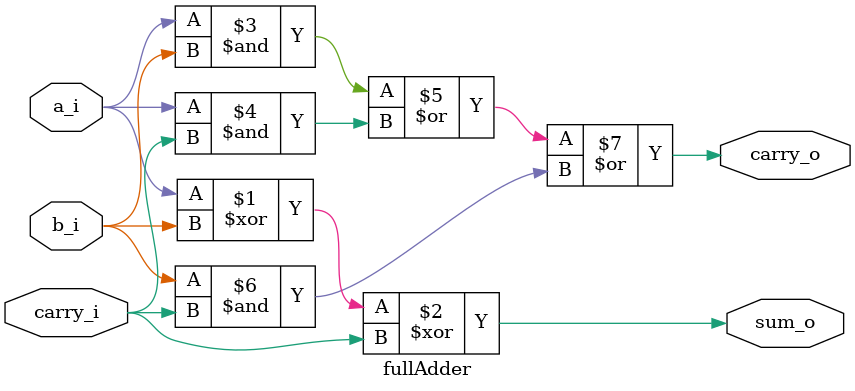
<source format=sv>
module fullAdder(
    input   logic a_i,
    input   logic b_i,
    input   logic carry_i,
    
    output  logic sum_o,
    output  logic carry_o
);

assign sum_o    =   a_i ^ b_i ^ carry_i;
assign carry_o  =   (a_i & b_i) | (a_i & carry_i) | (b_i & carry_i);

endmodule

</source>
